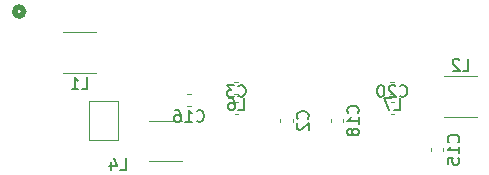
<source format=gbo>
G04 #@! TF.GenerationSoftware,KiCad,Pcbnew,7.0.9*
G04 #@! TF.CreationDate,2023-11-27T12:39:36-05:00*
G04 #@! TF.ProjectId,GE_3T_Wantcom_motherboard,47455f33-545f-4576-916e-74636f6d5f6d,0*
G04 #@! TF.SameCoordinates,Original*
G04 #@! TF.FileFunction,Legend,Bot*
G04 #@! TF.FilePolarity,Positive*
%FSLAX46Y46*%
G04 Gerber Fmt 4.6, Leading zero omitted, Abs format (unit mm)*
G04 Created by KiCad (PCBNEW 7.0.9) date 2023-11-27 12:39:36*
%MOMM*%
%LPD*%
G01*
G04 APERTURE LIST*
%ADD10C,0.150000*%
%ADD11C,0.100000*%
%ADD12C,0.508000*%
%ADD13C,0.120000*%
G04 APERTURE END LIST*
D10*
X179166666Y-110679580D02*
X179214285Y-110727200D01*
X179214285Y-110727200D02*
X179357142Y-110774819D01*
X179357142Y-110774819D02*
X179452380Y-110774819D01*
X179452380Y-110774819D02*
X179595237Y-110727200D01*
X179595237Y-110727200D02*
X179690475Y-110631961D01*
X179690475Y-110631961D02*
X179738094Y-110536723D01*
X179738094Y-110536723D02*
X179785713Y-110346247D01*
X179785713Y-110346247D02*
X179785713Y-110203390D01*
X179785713Y-110203390D02*
X179738094Y-110012914D01*
X179738094Y-110012914D02*
X179690475Y-109917676D01*
X179690475Y-109917676D02*
X179595237Y-109822438D01*
X179595237Y-109822438D02*
X179452380Y-109774819D01*
X179452380Y-109774819D02*
X179357142Y-109774819D01*
X179357142Y-109774819D02*
X179214285Y-109822438D01*
X179214285Y-109822438D02*
X179166666Y-109870057D01*
X178833332Y-109774819D02*
X178214285Y-109774819D01*
X178214285Y-109774819D02*
X178547618Y-110155771D01*
X178547618Y-110155771D02*
X178404761Y-110155771D01*
X178404761Y-110155771D02*
X178309523Y-110203390D01*
X178309523Y-110203390D02*
X178261904Y-110251009D01*
X178261904Y-110251009D02*
X178214285Y-110346247D01*
X178214285Y-110346247D02*
X178214285Y-110584342D01*
X178214285Y-110584342D02*
X178261904Y-110679580D01*
X178261904Y-110679580D02*
X178309523Y-110727200D01*
X178309523Y-110727200D02*
X178404761Y-110774819D01*
X178404761Y-110774819D02*
X178690475Y-110774819D01*
X178690475Y-110774819D02*
X178785713Y-110727200D01*
X178785713Y-110727200D02*
X178833332Y-110679580D01*
X169166666Y-116954819D02*
X169642856Y-116954819D01*
X169642856Y-116954819D02*
X169642856Y-115954819D01*
X168404761Y-116288152D02*
X168404761Y-116954819D01*
X168642856Y-115907200D02*
X168880951Y-116621485D01*
X168880951Y-116621485D02*
X168261904Y-116621485D01*
X192855357Y-110679580D02*
X192902976Y-110727200D01*
X192902976Y-110727200D02*
X193045833Y-110774819D01*
X193045833Y-110774819D02*
X193141071Y-110774819D01*
X193141071Y-110774819D02*
X193283928Y-110727200D01*
X193283928Y-110727200D02*
X193379166Y-110631961D01*
X193379166Y-110631961D02*
X193426785Y-110536723D01*
X193426785Y-110536723D02*
X193474404Y-110346247D01*
X193474404Y-110346247D02*
X193474404Y-110203390D01*
X193474404Y-110203390D02*
X193426785Y-110012914D01*
X193426785Y-110012914D02*
X193379166Y-109917676D01*
X193379166Y-109917676D02*
X193283928Y-109822438D01*
X193283928Y-109822438D02*
X193141071Y-109774819D01*
X193141071Y-109774819D02*
X193045833Y-109774819D01*
X193045833Y-109774819D02*
X192902976Y-109822438D01*
X192902976Y-109822438D02*
X192855357Y-109870057D01*
X192474404Y-109870057D02*
X192426785Y-109822438D01*
X192426785Y-109822438D02*
X192331547Y-109774819D01*
X192331547Y-109774819D02*
X192093452Y-109774819D01*
X192093452Y-109774819D02*
X191998214Y-109822438D01*
X191998214Y-109822438D02*
X191950595Y-109870057D01*
X191950595Y-109870057D02*
X191902976Y-109965295D01*
X191902976Y-109965295D02*
X191902976Y-110060533D01*
X191902976Y-110060533D02*
X191950595Y-110203390D01*
X191950595Y-110203390D02*
X192522023Y-110774819D01*
X192522023Y-110774819D02*
X191902976Y-110774819D01*
X191283928Y-109774819D02*
X191188690Y-109774819D01*
X191188690Y-109774819D02*
X191093452Y-109822438D01*
X191093452Y-109822438D02*
X191045833Y-109870057D01*
X191045833Y-109870057D02*
X190998214Y-109965295D01*
X190998214Y-109965295D02*
X190950595Y-110155771D01*
X190950595Y-110155771D02*
X190950595Y-110393866D01*
X190950595Y-110393866D02*
X190998214Y-110584342D01*
X190998214Y-110584342D02*
X191045833Y-110679580D01*
X191045833Y-110679580D02*
X191093452Y-110727200D01*
X191093452Y-110727200D02*
X191188690Y-110774819D01*
X191188690Y-110774819D02*
X191283928Y-110774819D01*
X191283928Y-110774819D02*
X191379166Y-110727200D01*
X191379166Y-110727200D02*
X191426785Y-110679580D01*
X191426785Y-110679580D02*
X191474404Y-110584342D01*
X191474404Y-110584342D02*
X191522023Y-110393866D01*
X191522023Y-110393866D02*
X191522023Y-110155771D01*
X191522023Y-110155771D02*
X191474404Y-109965295D01*
X191474404Y-109965295D02*
X191426785Y-109870057D01*
X191426785Y-109870057D02*
X191379166Y-109822438D01*
X191379166Y-109822438D02*
X191283928Y-109774819D01*
X198166666Y-108544819D02*
X198642856Y-108544819D01*
X198642856Y-108544819D02*
X198642856Y-107544819D01*
X197880951Y-107640057D02*
X197833332Y-107592438D01*
X197833332Y-107592438D02*
X197738094Y-107544819D01*
X197738094Y-107544819D02*
X197499999Y-107544819D01*
X197499999Y-107544819D02*
X197404761Y-107592438D01*
X197404761Y-107592438D02*
X197357142Y-107640057D01*
X197357142Y-107640057D02*
X197309523Y-107735295D01*
X197309523Y-107735295D02*
X197309523Y-107830533D01*
X197309523Y-107830533D02*
X197357142Y-107973390D01*
X197357142Y-107973390D02*
X197928570Y-108544819D01*
X197928570Y-108544819D02*
X197309523Y-108544819D01*
X185039580Y-112608333D02*
X185087200Y-112560714D01*
X185087200Y-112560714D02*
X185134819Y-112417857D01*
X185134819Y-112417857D02*
X185134819Y-112322619D01*
X185134819Y-112322619D02*
X185087200Y-112179762D01*
X185087200Y-112179762D02*
X184991961Y-112084524D01*
X184991961Y-112084524D02*
X184896723Y-112036905D01*
X184896723Y-112036905D02*
X184706247Y-111989286D01*
X184706247Y-111989286D02*
X184563390Y-111989286D01*
X184563390Y-111989286D02*
X184372914Y-112036905D01*
X184372914Y-112036905D02*
X184277676Y-112084524D01*
X184277676Y-112084524D02*
X184182438Y-112179762D01*
X184182438Y-112179762D02*
X184134819Y-112322619D01*
X184134819Y-112322619D02*
X184134819Y-112417857D01*
X184134819Y-112417857D02*
X184182438Y-112560714D01*
X184182438Y-112560714D02*
X184230057Y-112608333D01*
X184230057Y-112989286D02*
X184182438Y-113036905D01*
X184182438Y-113036905D02*
X184134819Y-113132143D01*
X184134819Y-113132143D02*
X184134819Y-113370238D01*
X184134819Y-113370238D02*
X184182438Y-113465476D01*
X184182438Y-113465476D02*
X184230057Y-113513095D01*
X184230057Y-113513095D02*
X184325295Y-113560714D01*
X184325295Y-113560714D02*
X184420533Y-113560714D01*
X184420533Y-113560714D02*
X184563390Y-113513095D01*
X184563390Y-113513095D02*
X185134819Y-112941667D01*
X185134819Y-112941667D02*
X185134819Y-113560714D01*
X192379166Y-111884819D02*
X192855356Y-111884819D01*
X192855356Y-111884819D02*
X192855356Y-110884819D01*
X192141070Y-110884819D02*
X191474404Y-110884819D01*
X191474404Y-110884819D02*
X191902975Y-111884819D01*
X179166666Y-111884819D02*
X179642856Y-111884819D01*
X179642856Y-111884819D02*
X179642856Y-110884819D01*
X178404761Y-110884819D02*
X178595237Y-110884819D01*
X178595237Y-110884819D02*
X178690475Y-110932438D01*
X178690475Y-110932438D02*
X178738094Y-110980057D01*
X178738094Y-110980057D02*
X178833332Y-111122914D01*
X178833332Y-111122914D02*
X178880951Y-111313390D01*
X178880951Y-111313390D02*
X178880951Y-111694342D01*
X178880951Y-111694342D02*
X178833332Y-111789580D01*
X178833332Y-111789580D02*
X178785713Y-111837200D01*
X178785713Y-111837200D02*
X178690475Y-111884819D01*
X178690475Y-111884819D02*
X178499999Y-111884819D01*
X178499999Y-111884819D02*
X178404761Y-111837200D01*
X178404761Y-111837200D02*
X178357142Y-111789580D01*
X178357142Y-111789580D02*
X178309523Y-111694342D01*
X178309523Y-111694342D02*
X178309523Y-111456247D01*
X178309523Y-111456247D02*
X178357142Y-111361009D01*
X178357142Y-111361009D02*
X178404761Y-111313390D01*
X178404761Y-111313390D02*
X178499999Y-111265771D01*
X178499999Y-111265771D02*
X178690475Y-111265771D01*
X178690475Y-111265771D02*
X178785713Y-111313390D01*
X178785713Y-111313390D02*
X178833332Y-111361009D01*
X178833332Y-111361009D02*
X178880951Y-111456247D01*
X175642857Y-112789580D02*
X175690476Y-112837200D01*
X175690476Y-112837200D02*
X175833333Y-112884819D01*
X175833333Y-112884819D02*
X175928571Y-112884819D01*
X175928571Y-112884819D02*
X176071428Y-112837200D01*
X176071428Y-112837200D02*
X176166666Y-112741961D01*
X176166666Y-112741961D02*
X176214285Y-112646723D01*
X176214285Y-112646723D02*
X176261904Y-112456247D01*
X176261904Y-112456247D02*
X176261904Y-112313390D01*
X176261904Y-112313390D02*
X176214285Y-112122914D01*
X176214285Y-112122914D02*
X176166666Y-112027676D01*
X176166666Y-112027676D02*
X176071428Y-111932438D01*
X176071428Y-111932438D02*
X175928571Y-111884819D01*
X175928571Y-111884819D02*
X175833333Y-111884819D01*
X175833333Y-111884819D02*
X175690476Y-111932438D01*
X175690476Y-111932438D02*
X175642857Y-111980057D01*
X174690476Y-112884819D02*
X175261904Y-112884819D01*
X174976190Y-112884819D02*
X174976190Y-111884819D01*
X174976190Y-111884819D02*
X175071428Y-112027676D01*
X175071428Y-112027676D02*
X175166666Y-112122914D01*
X175166666Y-112122914D02*
X175261904Y-112170533D01*
X173833333Y-111884819D02*
X174023809Y-111884819D01*
X174023809Y-111884819D02*
X174119047Y-111932438D01*
X174119047Y-111932438D02*
X174166666Y-111980057D01*
X174166666Y-111980057D02*
X174261904Y-112122914D01*
X174261904Y-112122914D02*
X174309523Y-112313390D01*
X174309523Y-112313390D02*
X174309523Y-112694342D01*
X174309523Y-112694342D02*
X174261904Y-112789580D01*
X174261904Y-112789580D02*
X174214285Y-112837200D01*
X174214285Y-112837200D02*
X174119047Y-112884819D01*
X174119047Y-112884819D02*
X173928571Y-112884819D01*
X173928571Y-112884819D02*
X173833333Y-112837200D01*
X173833333Y-112837200D02*
X173785714Y-112789580D01*
X173785714Y-112789580D02*
X173738095Y-112694342D01*
X173738095Y-112694342D02*
X173738095Y-112456247D01*
X173738095Y-112456247D02*
X173785714Y-112361009D01*
X173785714Y-112361009D02*
X173833333Y-112313390D01*
X173833333Y-112313390D02*
X173928571Y-112265771D01*
X173928571Y-112265771D02*
X174119047Y-112265771D01*
X174119047Y-112265771D02*
X174214285Y-112313390D01*
X174214285Y-112313390D02*
X174261904Y-112361009D01*
X174261904Y-112361009D02*
X174309523Y-112456247D01*
X165916666Y-110104819D02*
X166392856Y-110104819D01*
X166392856Y-110104819D02*
X166392856Y-109104819D01*
X165059523Y-110104819D02*
X165630951Y-110104819D01*
X165345237Y-110104819D02*
X165345237Y-109104819D01*
X165345237Y-109104819D02*
X165440475Y-109247676D01*
X165440475Y-109247676D02*
X165535713Y-109342914D01*
X165535713Y-109342914D02*
X165630951Y-109390533D01*
X189289580Y-112132142D02*
X189337200Y-112084523D01*
X189337200Y-112084523D02*
X189384819Y-111941666D01*
X189384819Y-111941666D02*
X189384819Y-111846428D01*
X189384819Y-111846428D02*
X189337200Y-111703571D01*
X189337200Y-111703571D02*
X189241961Y-111608333D01*
X189241961Y-111608333D02*
X189146723Y-111560714D01*
X189146723Y-111560714D02*
X188956247Y-111513095D01*
X188956247Y-111513095D02*
X188813390Y-111513095D01*
X188813390Y-111513095D02*
X188622914Y-111560714D01*
X188622914Y-111560714D02*
X188527676Y-111608333D01*
X188527676Y-111608333D02*
X188432438Y-111703571D01*
X188432438Y-111703571D02*
X188384819Y-111846428D01*
X188384819Y-111846428D02*
X188384819Y-111941666D01*
X188384819Y-111941666D02*
X188432438Y-112084523D01*
X188432438Y-112084523D02*
X188480057Y-112132142D01*
X189384819Y-113084523D02*
X189384819Y-112513095D01*
X189384819Y-112798809D02*
X188384819Y-112798809D01*
X188384819Y-112798809D02*
X188527676Y-112703571D01*
X188527676Y-112703571D02*
X188622914Y-112608333D01*
X188622914Y-112608333D02*
X188670533Y-112513095D01*
X188813390Y-113655952D02*
X188765771Y-113560714D01*
X188765771Y-113560714D02*
X188718152Y-113513095D01*
X188718152Y-113513095D02*
X188622914Y-113465476D01*
X188622914Y-113465476D02*
X188575295Y-113465476D01*
X188575295Y-113465476D02*
X188480057Y-113513095D01*
X188480057Y-113513095D02*
X188432438Y-113560714D01*
X188432438Y-113560714D02*
X188384819Y-113655952D01*
X188384819Y-113655952D02*
X188384819Y-113846428D01*
X188384819Y-113846428D02*
X188432438Y-113941666D01*
X188432438Y-113941666D02*
X188480057Y-113989285D01*
X188480057Y-113989285D02*
X188575295Y-114036904D01*
X188575295Y-114036904D02*
X188622914Y-114036904D01*
X188622914Y-114036904D02*
X188718152Y-113989285D01*
X188718152Y-113989285D02*
X188765771Y-113941666D01*
X188765771Y-113941666D02*
X188813390Y-113846428D01*
X188813390Y-113846428D02*
X188813390Y-113655952D01*
X188813390Y-113655952D02*
X188861009Y-113560714D01*
X188861009Y-113560714D02*
X188908628Y-113513095D01*
X188908628Y-113513095D02*
X189003866Y-113465476D01*
X189003866Y-113465476D02*
X189194342Y-113465476D01*
X189194342Y-113465476D02*
X189289580Y-113513095D01*
X189289580Y-113513095D02*
X189337200Y-113560714D01*
X189337200Y-113560714D02*
X189384819Y-113655952D01*
X189384819Y-113655952D02*
X189384819Y-113846428D01*
X189384819Y-113846428D02*
X189337200Y-113941666D01*
X189337200Y-113941666D02*
X189289580Y-113989285D01*
X189289580Y-113989285D02*
X189194342Y-114036904D01*
X189194342Y-114036904D02*
X189003866Y-114036904D01*
X189003866Y-114036904D02*
X188908628Y-113989285D01*
X188908628Y-113989285D02*
X188861009Y-113941666D01*
X188861009Y-113941666D02*
X188813390Y-113846428D01*
X197789580Y-114597142D02*
X197837200Y-114549523D01*
X197837200Y-114549523D02*
X197884819Y-114406666D01*
X197884819Y-114406666D02*
X197884819Y-114311428D01*
X197884819Y-114311428D02*
X197837200Y-114168571D01*
X197837200Y-114168571D02*
X197741961Y-114073333D01*
X197741961Y-114073333D02*
X197646723Y-114025714D01*
X197646723Y-114025714D02*
X197456247Y-113978095D01*
X197456247Y-113978095D02*
X197313390Y-113978095D01*
X197313390Y-113978095D02*
X197122914Y-114025714D01*
X197122914Y-114025714D02*
X197027676Y-114073333D01*
X197027676Y-114073333D02*
X196932438Y-114168571D01*
X196932438Y-114168571D02*
X196884819Y-114311428D01*
X196884819Y-114311428D02*
X196884819Y-114406666D01*
X196884819Y-114406666D02*
X196932438Y-114549523D01*
X196932438Y-114549523D02*
X196980057Y-114597142D01*
X197884819Y-115549523D02*
X197884819Y-114978095D01*
X197884819Y-115263809D02*
X196884819Y-115263809D01*
X196884819Y-115263809D02*
X197027676Y-115168571D01*
X197027676Y-115168571D02*
X197122914Y-115073333D01*
X197122914Y-115073333D02*
X197170533Y-114978095D01*
X196884819Y-116454285D02*
X196884819Y-115978095D01*
X196884819Y-115978095D02*
X197361009Y-115930476D01*
X197361009Y-115930476D02*
X197313390Y-115978095D01*
X197313390Y-115978095D02*
X197265771Y-116073333D01*
X197265771Y-116073333D02*
X197265771Y-116311428D01*
X197265771Y-116311428D02*
X197313390Y-116406666D01*
X197313390Y-116406666D02*
X197361009Y-116454285D01*
X197361009Y-116454285D02*
X197456247Y-116501904D01*
X197456247Y-116501904D02*
X197694342Y-116501904D01*
X197694342Y-116501904D02*
X197789580Y-116454285D01*
X197789580Y-116454285D02*
X197837200Y-116406666D01*
X197837200Y-116406666D02*
X197884819Y-116311428D01*
X197884819Y-116311428D02*
X197884819Y-116073333D01*
X197884819Y-116073333D02*
X197837200Y-115978095D01*
X197837200Y-115978095D02*
X197789580Y-115930476D01*
D11*
X166540000Y-114385000D02*
X166540000Y-111115000D01*
X168960000Y-114385000D02*
X166540000Y-114385000D01*
X166540000Y-111115000D02*
X168960000Y-111115000D01*
X168960000Y-111115000D02*
X168960000Y-114385000D01*
D12*
X160997400Y-103548399D02*
G75*
G03*
X160997400Y-103548399I-381000J0D01*
G01*
D13*
X179140580Y-112260000D02*
X178859420Y-112260000D01*
X179140580Y-111240000D02*
X178859420Y-111240000D01*
X171613748Y-112790000D02*
X174386252Y-112790000D01*
X171613748Y-116210000D02*
X174386252Y-116210000D01*
X192353080Y-112260000D02*
X192071920Y-112260000D01*
X192353080Y-111240000D02*
X192071920Y-111240000D01*
X199386252Y-112450000D02*
X196613748Y-112450000D01*
X199386252Y-109030000D02*
X196613748Y-109030000D01*
X182740000Y-112915580D02*
X182740000Y-112634420D01*
X183760000Y-112915580D02*
X183760000Y-112634420D01*
X192049721Y-109490000D02*
X192375279Y-109490000D01*
X192049721Y-110510000D02*
X192375279Y-110510000D01*
X178837221Y-109490000D02*
X179162779Y-109490000D01*
X178837221Y-110510000D02*
X179162779Y-110510000D01*
X174859420Y-110490000D02*
X175140580Y-110490000D01*
X174859420Y-111510000D02*
X175140580Y-111510000D01*
X164363748Y-105290000D02*
X167136252Y-105290000D01*
X164363748Y-108710000D02*
X167136252Y-108710000D01*
X186990000Y-112915580D02*
X186990000Y-112634420D01*
X188010000Y-112915580D02*
X188010000Y-112634420D01*
X195490000Y-115380580D02*
X195490000Y-115099420D01*
X196510000Y-115380580D02*
X196510000Y-115099420D01*
M02*

</source>
